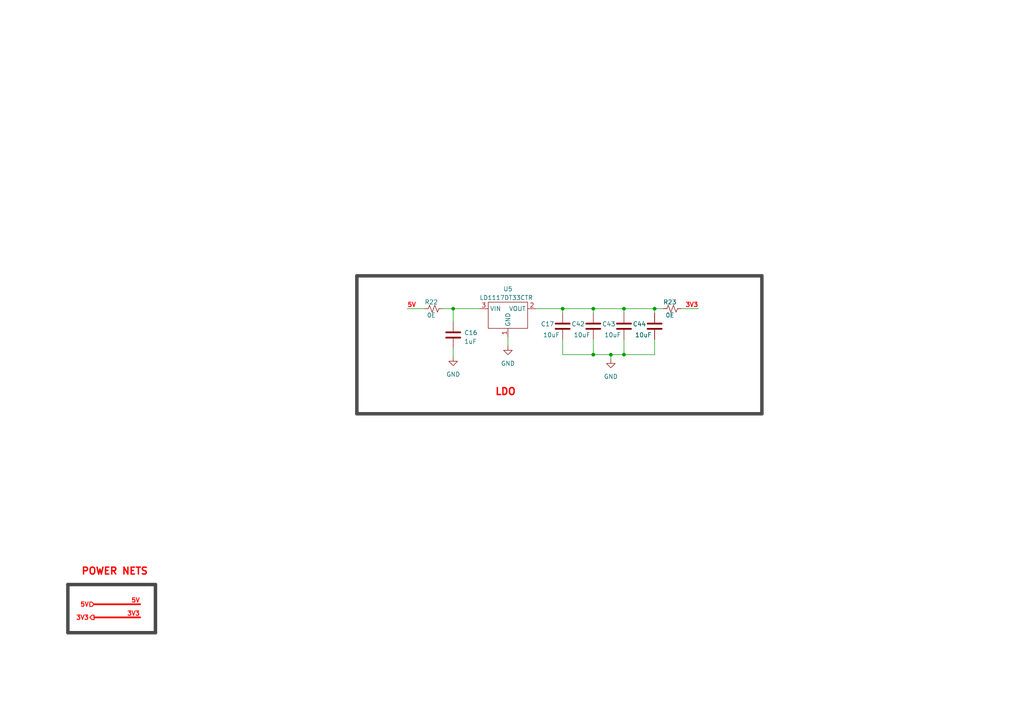
<source format=kicad_sch>
(kicad_sch (version 20230121) (generator eeschema)
  (paper "A4")
  (lib_symbols
    (symbol "ESP32-S3_DB:AP2127N-3.3TRG1"
      (property "Reference" "U" (at 0 0 0))
      (property "Value" "AP2127N-3.3TRG1" (at 0 0 0))
      (symbol "AP2127N-3.3TRG1_0_1"
        (rectangle (start -5.08 -1.27) (end 6.35 -8.89))
      )
      (symbol "AP2127N-3.3TRG1_1_1"
        (pin input line (at 0.635 -11.43 90) (length 2.54) (name "GND") (number "1"))
        (pin power_out line (at 8.89 -3.175 180) (length 2.54) (name "VOUT") (number "2"))
        (pin power_in line (at -7.62 -3.175 0) (length 2.54) (name "VIN") (number "3"))
      )
    )
    (symbol "ESP32-S3_DB:C" (pin_numbers hide) (pin_names (offset 0.254))
      (property "Reference" "C" (at 0.635 2.54 0))
      (property "Value" "C" (at 0.635 -2.54 0))
      (symbol "C_0_1"
        (polyline (pts (xy -2.032 -0.762) (xy 2.032 -0.762)) (stroke (width 0.508)))
        (polyline (pts (xy -2.032 0.762) (xy 2.032 0.762)) (stroke (width 0.508)))
      )
      (symbol "C_1_1"
        (pin passive line (at 0 3.81 270) (length 2.794) (name "~") (number "1"))
        (pin passive line (at 0 -3.81 90) (length 2.794) (name "~") (number "2"))
      )
    )
    (symbol "ESP32-S3_DB:GND" (power) (pin_names (offset 0))
      (property "Value" "GND" (at 0 -3.81 0))
      (symbol "GND_0_1"
        (polyline (pts (xy 0 0) (xy 0 -1.27) (xy 1.27 -1.27) (xy 0 -2.54) (xy -1.27 -1.27) (xy 0 -1.27)))
      )
      (symbol "GND_1_1"
        (pin power_in line (at 0 0 270) (length 0) hide (name "GND") (number "1"))
      )
    )
    (symbol "ESP32-S3_DB:R_Small_US" (pin_numbers hide) (pin_names (offset 0.254) hide)
      (property "Reference" "R" (at 0.762 0.508 0))
      (property "Value" "R_Small_US" (at 0.762 -1.016 0))
      (symbol "R_Small_US_1_1"
        (polyline (pts (xy 0 0) (xy 1.016 -0.381) (xy 0 -0.762) (xy -1.016 -1.143) (xy 0 -1.524)))
        (polyline (pts (xy 0 1.524) (xy 1.016 1.143) (xy 0 0.762) (xy -1.016 0.381) (xy 0 0)))
        (pin passive line (at 0 2.54 270) (length 1.016) (name "~") (number "1"))
        (pin passive line (at 0 -2.54 90) (length 1.016) (name "~") (number "2"))
      )
    )
  )
  (junction (at 189.865 89.535))
  (junction (at 163.195 89.535))
  (junction (at 172.085 89.535))
  (junction (at 172.085 102.87))
  (junction (at 131.445 89.535))
  (junction (at 180.975 89.535))
  (junction (at 177.165 102.87))
  (junction (at 180.975 102.87))
  (wire (pts (xy 197.485 89.535) (xy 202.565 89.535)))
  (wire (pts (xy 131.445 103.505) (xy 131.445 100.965)))
  (wire (pts (xy 155.575 89.535) (xy 163.195 89.535)))
  (wire (pts (xy 163.195 90.805) (xy 163.195 89.535)))
  (bus (pts (xy 45.085 169.545) (xy 45.085 183.515)) (stroke (width 1) (color 72 72 72 1)))
  (wire (pts (xy 128.27 89.535) (xy 131.445 89.535)))
  (wire (pts (xy 172.085 98.425) (xy 172.085 102.87)))
  (wire (pts (xy 27.305 179.07) (xy 40.64 179.07)) (stroke (width 0.5) (color 255 0 0 1)))
  (wire (pts (xy 163.195 89.535) (xy 172.085 89.535)))
  (wire (pts (xy 180.975 102.87) (xy 177.165 102.87)))
  (wire (pts (xy 172.085 89.535) (xy 180.975 89.535)))
  (wire (pts (xy 189.865 90.805) (xy 189.865 89.535)))
  (wire (pts (xy 189.865 102.87) (xy 180.975 102.87)))
  (bus (pts (xy 103.505 80.01) (xy 103.505 120.015)) (stroke (width 1) (color 72 72 72 1)))
  (bus (pts (xy 220.98 80.01) (xy 220.98 120.015)) (stroke (width 1) (color 72 72 72 1)))
  (wire (pts (xy 180.975 90.805) (xy 180.975 89.535)))
  (wire (pts (xy 180.975 98.425) (xy 180.975 102.87)))
  (wire (pts (xy 172.085 102.87) (xy 163.195 102.87)))
  (bus (pts (xy 45.085 183.515) (xy 19.685 183.515)) (stroke (width 1) (color 72 72 72 1)))
  (bus (pts (xy 220.98 120.015) (xy 103.505 120.015)) (stroke (width 1) (color 72 72 72 1)))
  (bus (pts (xy 103.505 80.01) (xy 220.98 80.01)) (stroke (width 1) (color 72 72 72 1)))
  (wire (pts (xy 147.32 100.33) (xy 147.32 97.79)))
  (wire (pts (xy 118.11 89.535) (xy 123.19 89.535)))
  (wire (pts (xy 172.085 90.805) (xy 172.085 89.535)))
  (wire (pts (xy 177.165 102.87) (xy 177.165 104.14)))
  (wire (pts (xy 163.195 102.87) (xy 163.195 98.425)))
  (wire (pts (xy 180.975 89.535) (xy 189.865 89.535)))
  (wire (pts (xy 189.865 98.425) (xy 189.865 102.87)))
  (wire (pts (xy 40.64 175.26) (xy 27.305 175.26)) (stroke (width 0.5) (color 255 0 0 1)))
  (wire (pts (xy 131.445 89.535) (xy 139.065 89.535)))
  (bus (pts (xy 19.685 169.545) (xy 19.685 183.515)) (stroke (width 1) (color 72 72 72 1)))
  (wire (pts (xy 131.445 93.345) (xy 131.445 89.535)))
  (bus (pts (xy 19.685 169.545) (xy 45.085 169.545)) (stroke (width 1) (color 72 72 72 1)))
  (wire (pts (xy 189.865 89.535) (xy 192.405 89.535)))
  (wire (pts (xy 177.165 102.87) (xy 172.085 102.87)))
  (text "POWER NETS" (at 23.495 167.005 0) (effects (font (size 2 2) bold) (justify left bottom)))
  (text "LDO" (at 143.51 114.935 0) (effects (font (size 2 2) bold) (justify left bottom)))
  (label "5V" (at 40.64 175.26 180) (effects (font (thickness 0.254) bold)))
  (label "3V3" (at 40.64 179.07 180) (effects (font (thickness 0.254) bold)))
  (label "3V3" (at 202.565 89.535 180) (effects (font (thickness 0.254) bold)))
  (label "5V" (at 118.11 89.535 0) (effects (font (thickness 0.254) bold)))
  (hierarchical_label "3V3" (shape output) (at 27.305 179.07 180) (effects (font (thickness 0.254) bold)))
  (hierarchical_label "5V" (shape input) (at 27.305 175.26 180) (effects (font (thickness 0.254) bold)))
  (symbol (lib_id "ESP32-S3_DB:GND") (at 177.165 104.14 0) (unit 1)
    (property "Reference" "#PWR021" (effects hide))
    (property "Value" "GND" (at 177.165 109.22 0))
  )
  (symbol (lib_id "ESP32-S3_DB:C") (at 131.445 97.155 0) (unit 1)
    (property "Reference" "C16" (at 134.62 96.52 0) (effects (justify left)))
    (property "Value" "1uF" (at 134.62 99.06 0) (effects (justify left)))
    (property "Footprint" "ESP32-S3_Dev_Board:C_0603_1608Metric" (effects hide))
    (property "PN" "CC0603KRX5R8BB105" (effects hide))
  )
  (symbol (lib_id "ESP32-S3_DB:C") (at 189.865 94.615 0) (unit 1)
    (property "Reference" "C44" (at 183.515 93.98 0) (effects (justify left)))
    (property "Value" "10uF" (at 184.15 97.155 0) (effects (justify left)))
    (property "Footprint" "ESP32-S3_Dev_Board:C_0805_2012Metric" (effects hide))
    (property "PN" "CL21A106KAYNNNE" (effects hide))
  )
  (symbol (lib_id "ESP32-S3_DB:AP2127N-3.3TRG1") (at 146.685 86.36 0) (unit 1)
    (property "Reference" "U5" (at 147.32 83.82 0))
    (property "Value" "LD1117DT33CTR " (at 147.32 86.36 0))
    (property "Footprint" "ESP32-S3_Dev_Board:DPAK" (effects hide))
    (property "Datasheet" "https://www.mouser.in/datasheet/2/389/ld1117-1849389.pdf" (effects hide))
    (property "PN" "LD1117DT33CTR" (effects hide))
  )
  (symbol (lib_id "ESP32-S3_DB:R_Small_US") (at 125.73 89.535 90) (unit 1)
    (property "Reference" "R22" (at 125.095 87.63 90))
    (property "Value" "0E" (at 125.095 91.44 90))
    (property "Footprint" "ESP32-S3_Dev_Board:R_0603_1608Metric" (effects hide))
    (property "PN" "RC0603JR-070RL" (effects hide))
  )
  (symbol (lib_id "ESP32-S3_DB:C") (at 163.195 94.615 0) (unit 1)
    (property "Reference" "C17" (at 156.845 93.98 0) (effects (justify left)))
    (property "Value" "10uF" (at 157.48 97.155 0) (effects (justify left)))
    (property "Footprint" "ESP32-S3_Dev_Board:C_0805_2012Metric" (effects hide))
    (property "PN" "CL21A106KAYNNNE" (effects hide))
  )
  (symbol (lib_id "ESP32-S3_DB:GND") (at 131.445 103.505 0) (unit 1)
    (property "Reference" "#PWR064" (effects hide))
    (property "Value" "GND" (at 131.445 108.585 0))
  )
  (symbol (lib_id "ESP32-S3_DB:GND") (at 147.32 100.33 0) (unit 1)
    (property "Reference" "#PWR019" (effects hide))
    (property "Value" "GND" (at 147.32 105.41 0))
  )
  (symbol (lib_id "ESP32-S3_DB:R_Small_US") (at 194.945 89.535 90) (unit 1)
    (property "Reference" "R23" (at 194.31 87.63 90))
    (property "Value" "0E" (at 194.31 91.44 90))
    (property "Footprint" "ESP32-S3_Dev_Board:R_0603_1608Metric" (effects hide))
    (property "PN" "RC0603JR-070RL" (effects hide))
  )
  (symbol (lib_id "ESP32-S3_DB:C") (at 180.975 94.615 0) (unit 1)
    (property "Reference" "C43" (at 174.625 93.98 0) (effects (justify left)))
    (property "Value" "10uF" (at 175.26 97.155 0) (effects (justify left)))
    (property "Footprint" "ESP32-S3_Dev_Board:C_0805_2012Metric" (effects hide))
    (property "PN" "CL21A106KAYNNNE" (effects hide))
  )
  (symbol (lib_id "ESP32-S3_DB:C") (at 172.085 94.615 0) (unit 1)
    (property "Reference" "C42" (at 165.735 93.98 0) (effects (justify left)))
    (property "Value" "10uF" (at 166.37 97.155 0) (effects (justify left)))
    (property "Footprint" "ESP32-S3_Dev_Board:C_0805_2012Metric" (effects hide))
    (property "PN" "CL21A106KAYNNNE" (effects hide))
  )
)
</source>
